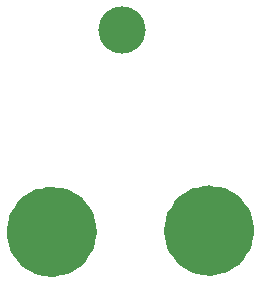
<source format=gbr>
%TF.GenerationSoftware,KiCad,Pcbnew,6.0.6-3a73a75311~116~ubuntu21.10.1*%
%TF.CreationDate,2023-05-16T20:40:29-06:00*%
%TF.ProjectId,goon,676f6f6e-2e6b-4696-9361-645f70636258,rev?*%
%TF.SameCoordinates,Original*%
%TF.FileFunction,Soldermask,Top*%
%TF.FilePolarity,Negative*%
%FSLAX46Y46*%
G04 Gerber Fmt 4.6, Leading zero omitted, Abs format (unit mm)*
G04 Created by KiCad (PCBNEW 6.0.6-3a73a75311~116~ubuntu21.10.1) date 2023-05-16 20:40:29*
%MOMM*%
%LPD*%
G01*
G04 APERTURE LIST*
%ADD10C,3.850000*%
%ADD11C,4.000000*%
G04 APERTURE END LIST*
D10*
X145975000Y-80450000D02*
G75*
G03*
X145975000Y-80450000I-1925000J0D01*
G01*
X159300000Y-80350000D02*
G75*
G03*
X159300000Y-80350000I-1925000J0D01*
G01*
D11*
%TO.C,REF\u002A\u002A*%
X149975000Y-63400000D03*
%TD*%
M02*

</source>
